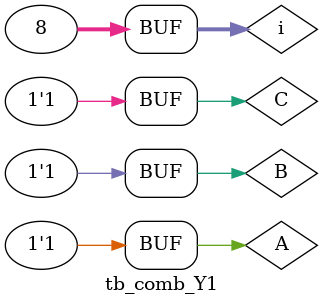
<source format=v>
`timescale 10ns/1ns
`include "comb_Y1.v"

module tb_comb_Y1;
  reg A, B, C;
  wire Y;
  comb_Y1 comb(Y, A, B, C);
  integer i;
  initial
  begin
    for (i = 0; i <= 3'b111; i = i + 1)
    begin
      {A, B, C} = i;
      #10;
    end
  end
endmodule
</source>
